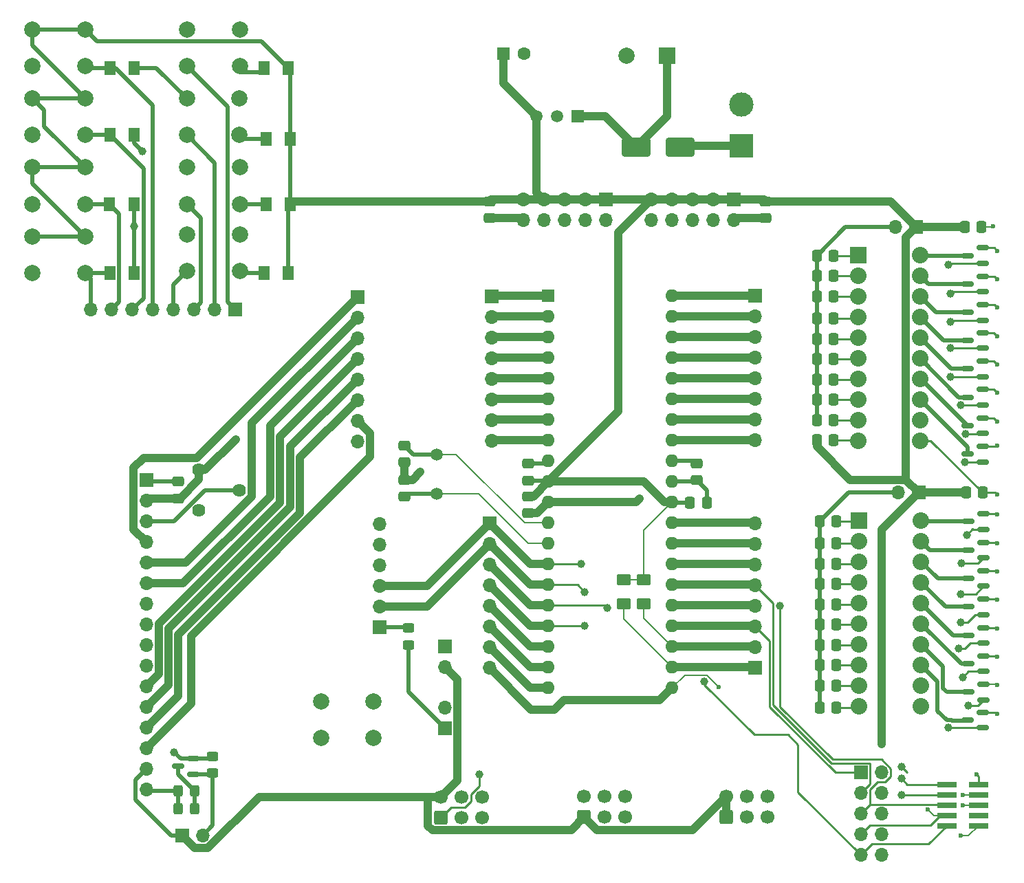
<source format=gbr>
%TF.GenerationSoftware,KiCad,Pcbnew,8.0.5*%
%TF.CreationDate,2024-11-01T12:18:04+01:00*%
%TF.ProjectId,ATmega644,41546d65-6761-4363-9434-2e6b69636164,rev?*%
%TF.SameCoordinates,Original*%
%TF.FileFunction,Copper,L1,Top*%
%TF.FilePolarity,Positive*%
%FSLAX46Y46*%
G04 Gerber Fmt 4.6, Leading zero omitted, Abs format (unit mm)*
G04 Created by KiCad (PCBNEW 8.0.5) date 2024-11-01 12:18:04*
%MOMM*%
%LPD*%
G01*
G04 APERTURE LIST*
G04 Aperture macros list*
%AMRoundRect*
0 Rectangle with rounded corners*
0 $1 Rounding radius*
0 $2 $3 $4 $5 $6 $7 $8 $9 X,Y pos of 4 corners*
0 Add a 4 corners polygon primitive as box body*
4,1,4,$2,$3,$4,$5,$6,$7,$8,$9,$2,$3,0*
0 Add four circle primitives for the rounded corners*
1,1,$1+$1,$2,$3*
1,1,$1+$1,$4,$5*
1,1,$1+$1,$6,$7*
1,1,$1+$1,$8,$9*
0 Add four rect primitives between the rounded corners*
20,1,$1+$1,$2,$3,$4,$5,0*
20,1,$1+$1,$4,$5,$6,$7,0*
20,1,$1+$1,$6,$7,$8,$9,0*
20,1,$1+$1,$8,$9,$2,$3,0*%
G04 Aperture macros list end*
%TA.AperFunction,ComponentPad*%
%ADD10C,2.000000*%
%TD*%
%TA.AperFunction,ComponentPad*%
%ADD11R,1.700000X1.700000*%
%TD*%
%TA.AperFunction,ComponentPad*%
%ADD12O,1.700000X1.700000*%
%TD*%
%TA.AperFunction,SMDPad,CuDef*%
%ADD13RoundRect,0.150000X0.587500X0.150000X-0.587500X0.150000X-0.587500X-0.150000X0.587500X-0.150000X0*%
%TD*%
%TA.AperFunction,SMDPad,CuDef*%
%ADD14RoundRect,0.250001X-0.624999X0.462499X-0.624999X-0.462499X0.624999X-0.462499X0.624999X0.462499X0*%
%TD*%
%TA.AperFunction,SMDPad,CuDef*%
%ADD15RoundRect,0.250001X0.462499X0.624999X-0.462499X0.624999X-0.462499X-0.624999X0.462499X-0.624999X0*%
%TD*%
%TA.AperFunction,SMDPad,CuDef*%
%ADD16RoundRect,0.250000X-0.337500X-0.475000X0.337500X-0.475000X0.337500X0.475000X-0.337500X0.475000X0*%
%TD*%
%TA.AperFunction,SMDPad,CuDef*%
%ADD17RoundRect,0.250001X-0.462499X-0.624999X0.462499X-0.624999X0.462499X0.624999X-0.462499X0.624999X0*%
%TD*%
%TA.AperFunction,SMDPad,CuDef*%
%ADD18RoundRect,0.250000X0.475000X-0.337500X0.475000X0.337500X-0.475000X0.337500X-0.475000X-0.337500X0*%
%TD*%
%TA.AperFunction,SMDPad,CuDef*%
%ADD19RoundRect,0.250000X0.450000X-0.325000X0.450000X0.325000X-0.450000X0.325000X-0.450000X-0.325000X0*%
%TD*%
%TA.AperFunction,ComponentPad*%
%ADD20R,2.032000X2.032000*%
%TD*%
%TA.AperFunction,ComponentPad*%
%ADD21C,2.032000*%
%TD*%
%TA.AperFunction,ComponentPad*%
%ADD22R,3.000000X3.000000*%
%TD*%
%TA.AperFunction,ComponentPad*%
%ADD23C,3.000000*%
%TD*%
%TA.AperFunction,SMDPad,CuDef*%
%ADD24R,2.400000X0.740000*%
%TD*%
%TA.AperFunction,SMDPad,CuDef*%
%ADD25RoundRect,0.250000X-0.475000X0.337500X-0.475000X-0.337500X0.475000X-0.337500X0.475000X0.337500X0*%
%TD*%
%TA.AperFunction,SMDPad,CuDef*%
%ADD26RoundRect,0.250000X-0.325000X-0.450000X0.325000X-0.450000X0.325000X0.450000X-0.325000X0.450000X0*%
%TD*%
%TA.AperFunction,ComponentPad*%
%ADD27R,2.000000X2.000000*%
%TD*%
%TA.AperFunction,ComponentPad*%
%ADD28C,1.620000*%
%TD*%
%TA.AperFunction,ComponentPad*%
%ADD29R,1.600000X1.600000*%
%TD*%
%TA.AperFunction,ComponentPad*%
%ADD30C,1.600000*%
%TD*%
%TA.AperFunction,ComponentPad*%
%ADD31O,1.600000X1.600000*%
%TD*%
%TA.AperFunction,ComponentPad*%
%ADD32RoundRect,0.250000X0.600000X-0.600000X0.600000X0.600000X-0.600000X0.600000X-0.600000X-0.600000X0*%
%TD*%
%TA.AperFunction,ComponentPad*%
%ADD33C,1.700000*%
%TD*%
%TA.AperFunction,ComponentPad*%
%ADD34C,1.500000*%
%TD*%
%TA.AperFunction,ComponentPad*%
%ADD35R,1.500000X1.500000*%
%TD*%
%TA.AperFunction,SMDPad,CuDef*%
%ADD36RoundRect,0.250000X-1.500000X-0.900000X1.500000X-0.900000X1.500000X0.900000X-1.500000X0.900000X0*%
%TD*%
%TA.AperFunction,ViaPad*%
%ADD37C,0.600000*%
%TD*%
%TA.AperFunction,ViaPad*%
%ADD38C,1.000000*%
%TD*%
%TA.AperFunction,Conductor*%
%ADD39C,0.200000*%
%TD*%
%TA.AperFunction,Conductor*%
%ADD40C,0.250000*%
%TD*%
%TA.AperFunction,Conductor*%
%ADD41C,0.500000*%
%TD*%
%TA.AperFunction,Conductor*%
%ADD42C,1.000000*%
%TD*%
G04 APERTURE END LIST*
D10*
%TO.P,SW2,1,1*%
%TO.N,GND*%
X86775000Y-29750000D03*
X93275000Y-29750000D03*
%TO.P,SW2,2,2*%
%TO.N,/Buttons/Button1*%
X86775000Y-34250000D03*
X93275000Y-34250000D03*
%TD*%
D11*
%TO.P,J12,1,Pin_1*%
%TO.N,Net-(J12-Pin_1)*%
X118500000Y-115775000D03*
D12*
%TO.P,J12,2,Pin_2*%
%TO.N,Reset*%
X118500000Y-113235000D03*
%TD*%
D13*
%TO.P,Q7,1,G*%
%TO.N,PortA6*%
X184750000Y-79500000D03*
%TO.P,Q7,2,S*%
%TO.N,GND*%
X184750000Y-77600000D03*
%TO.P,Q7,3,D*%
%TO.N,/PORTS/PortA6_LED*%
X182875000Y-78550000D03*
%TD*%
D14*
%TO.P,R24,1*%
%TO.N,VCC*%
X140500000Y-97512500D03*
%TO.P,R24,2*%
%TO.N,PortC0*%
X140500000Y-100487500D03*
%TD*%
D13*
%TO.P,Q8,1,G*%
%TO.N,PortA7*%
X184750000Y-83000000D03*
%TO.P,Q8,2,S*%
%TO.N,GND*%
X184750000Y-81100000D03*
%TO.P,Q8,3,D*%
%TO.N,/PORTS/PortA7_LED*%
X182875000Y-82050000D03*
%TD*%
D15*
%TO.P,R29,1*%
%TO.N,VCC*%
X99500000Y-51250000D03*
%TO.P,R29,2*%
%TO.N,/Buttons/Button3*%
X96525000Y-51250000D03*
%TD*%
D16*
%TO.P,R11,1*%
%TO.N,/PORTS/PortA_Leds_VCC*%
X164300000Y-77850000D03*
%TO.P,R11,2*%
%TO.N,Net-(BAR1-A-Pad9)*%
X166375000Y-77850000D03*
%TD*%
%TO.P,R20,1*%
%TO.N,Net-(J2-Pin_2)*%
X164662500Y-108050000D03*
%TO.P,R20,2*%
%TO.N,Net-(BAR2-A-Pad8)*%
X166737500Y-108050000D03*
%TD*%
D13*
%TO.P,Q2,1,G*%
%TO.N,PortA1*%
X184750000Y-62050000D03*
%TO.P,Q2,2,S*%
%TO.N,GND*%
X184750000Y-60150000D03*
%TO.P,Q2,3,D*%
%TO.N,/PORTS/PortA1_LED*%
X182875000Y-61100000D03*
%TD*%
D17*
%TO.P,R32,1*%
%TO.N,/Buttons/Button6*%
X77275000Y-42750000D03*
%TO.P,R32,2*%
%TO.N,GND*%
X80250000Y-42750000D03*
%TD*%
D11*
%TO.P,J17,1,Pin_1*%
%TO.N,VCC*%
X154080000Y-50710000D03*
D12*
%TO.P,J17,2,Pin_2*%
%TO.N,GND*%
X154080000Y-53250000D03*
%TO.P,J17,3,Pin_3*%
%TO.N,VCC*%
X151540000Y-50710000D03*
%TO.P,J17,4,Pin_4*%
%TO.N,GND*%
X151540000Y-53250000D03*
%TO.P,J17,5,Pin_5*%
%TO.N,VCC*%
X149000000Y-50710000D03*
%TO.P,J17,6,Pin_6*%
%TO.N,GND*%
X149000000Y-53250000D03*
%TO.P,J17,7,Pin_7*%
%TO.N,VCC*%
X146460000Y-50710000D03*
%TO.P,J17,8,Pin_8*%
%TO.N,GND*%
X146460000Y-53250000D03*
%TO.P,J17,9,Pin_9*%
%TO.N,VCC*%
X143920000Y-50710000D03*
%TO.P,J17,10,Pin_10*%
%TO.N,GND*%
X143920000Y-53250000D03*
%TD*%
D18*
%TO.P,R1,1*%
%TO.N,VCC*%
X128750000Y-85287500D03*
%TO.P,R1,2*%
%TO.N,Reset*%
X128750000Y-83212500D03*
%TD*%
D11*
%TO.P,J20,1,Pin_1*%
%TO.N,/Buttons/Button1*%
X92740000Y-64250000D03*
D12*
%TO.P,J20,2,Pin_2*%
%TO.N,/Buttons/Button2*%
X90200000Y-64250000D03*
%TO.P,J20,3,Pin_3*%
%TO.N,/Buttons/Button3*%
X87660000Y-64250000D03*
%TO.P,J20,4,Pin_4*%
%TO.N,/Buttons/Button4*%
X85120000Y-64250000D03*
%TO.P,J20,5,Pin_5*%
%TO.N,/Buttons/Button5*%
X82580000Y-64250000D03*
%TO.P,J20,6,Pin_6*%
%TO.N,/Buttons/Button6*%
X80040000Y-64250000D03*
%TO.P,J20,7,Pin_7*%
%TO.N,/Buttons/Button7*%
X77500000Y-64250000D03*
%TO.P,J20,8,Pin_8*%
%TO.N,/Buttons/Button8*%
X74960000Y-64250000D03*
%TD*%
D10*
%TO.P,SW5,1,1*%
%TO.N,GND*%
X86775000Y-55000000D03*
X93275000Y-55000000D03*
%TO.P,SW5,2,2*%
%TO.N,/Buttons/Button4*%
X86775000Y-59500000D03*
X93275000Y-59500000D03*
%TD*%
D16*
%TO.P,R21,1*%
%TO.N,Net-(J2-Pin_2)*%
X164662500Y-110550000D03*
%TO.P,R21,2*%
%TO.N,Net-(BAR2-A-Pad9)*%
X166737500Y-110550000D03*
%TD*%
D19*
%TO.P,R26,1*%
%TO.N,Net-(J14-Pin_2)*%
X89950000Y-121290000D03*
%TO.P,R26,2*%
%TO.N,GND*%
X89950000Y-119240000D03*
%TD*%
D16*
%TO.P,R15,1*%
%TO.N,Net-(J2-Pin_2)*%
X164662500Y-95550000D03*
%TO.P,R15,2*%
%TO.N,Net-(BAR2-A-Pad3)*%
X166737500Y-95550000D03*
%TD*%
D17*
%TO.P,R33,1*%
%TO.N,/Buttons/Button7*%
X77250000Y-51250000D03*
%TO.P,R33,2*%
%TO.N,GND*%
X80225000Y-51250000D03*
%TD*%
D10*
%TO.P,SW1,1,1*%
%TO.N,GND*%
X103250000Y-112500000D03*
X109750000Y-112500000D03*
%TO.P,SW1,2,2*%
%TO.N,Reset*%
X103250000Y-117000000D03*
X109750000Y-117000000D03*
%TD*%
D17*
%TO.P,R34,1*%
%TO.N,/Buttons/Button8*%
X77275000Y-59750000D03*
%TO.P,R34,2*%
%TO.N,GND*%
X80250000Y-59750000D03*
%TD*%
D20*
%TO.P,BAR1,1,A*%
%TO.N,Net-(BAR1-A-Pad1)*%
X169375000Y-57530000D03*
D21*
%TO.P,BAR1,2,A*%
%TO.N,Net-(BAR1-A-Pad2)*%
X169375000Y-60070000D03*
%TO.P,BAR1,3,A*%
%TO.N,Net-(BAR1-A-Pad3)*%
X169375000Y-62610000D03*
%TO.P,BAR1,4,A*%
%TO.N,Net-(BAR1-A-Pad4)*%
X169375000Y-65150000D03*
%TO.P,BAR1,5,A*%
%TO.N,Net-(BAR1-A-Pad5)*%
X169375000Y-67690000D03*
%TO.P,BAR1,6,A*%
%TO.N,Net-(BAR1-A-Pad6)*%
X169375000Y-70230000D03*
%TO.P,BAR1,7,A*%
%TO.N,Net-(BAR1-A-Pad7)*%
X169375000Y-72770000D03*
%TO.P,BAR1,8,A*%
%TO.N,Net-(BAR1-A-Pad8)*%
X169375000Y-75310000D03*
%TO.P,BAR1,9,A*%
%TO.N,Net-(BAR1-A-Pad9)*%
X169375000Y-77850000D03*
%TO.P,BAR1,10,A*%
%TO.N,Net-(BAR1-A-Pad10)*%
X169375000Y-80390000D03*
%TO.P,BAR1,11,K*%
%TO.N,GND*%
X176995000Y-80390000D03*
%TO.P,BAR1,12,K*%
%TO.N,unconnected-(BAR1-K-Pad12)*%
X176995000Y-77850000D03*
%TO.P,BAR1,13,K*%
%TO.N,/PORTS/PortA7_LED*%
X176995000Y-75310000D03*
%TO.P,BAR1,14,K*%
%TO.N,/PORTS/PortA6_LED*%
X176995000Y-72770000D03*
%TO.P,BAR1,15,K*%
%TO.N,/PORTS/PortA5_LED*%
X176995000Y-70230000D03*
%TO.P,BAR1,16,K*%
%TO.N,/PORTS/PortA4_LED*%
X176995000Y-67690000D03*
%TO.P,BAR1,17,K*%
%TO.N,/PORTS/PortA3_LED*%
X176995000Y-65150000D03*
%TO.P,BAR1,18,K*%
%TO.N,/PORTS/PortA2_LED*%
X176995000Y-62610000D03*
%TO.P,BAR1,19,K*%
%TO.N,/PORTS/PortA1_LED*%
X176995000Y-60070000D03*
%TO.P,BAR1,20,K*%
%TO.N,/PORTS/PortA0_LED*%
X176995000Y-57530000D03*
%TD*%
D22*
%TO.P,J21,1,Pin_1*%
%TO.N,+24V*%
X155000000Y-44080000D03*
D23*
%TO.P,J21,2,Pin_2*%
%TO.N,GND*%
X155000000Y-39000000D03*
%TD*%
D13*
%TO.P,Q1,1,G*%
%TO.N,PortA0*%
X184750000Y-58550000D03*
%TO.P,Q1,2,S*%
%TO.N,GND*%
X184750000Y-56650000D03*
%TO.P,Q1,3,D*%
%TO.N,/PORTS/PortA0_LED*%
X182875000Y-57600000D03*
%TD*%
%TO.P,Q4,1,G*%
%TO.N,PortA3*%
X184750000Y-69000000D03*
%TO.P,Q4,2,S*%
%TO.N,GND*%
X184750000Y-67100000D03*
%TO.P,Q4,3,D*%
%TO.N,/PORTS/PortA3_LED*%
X182875000Y-68050000D03*
%TD*%
D24*
%TO.P,J9,1,TCK*%
%TO.N,PortC2*%
X180300000Y-122710000D03*
%TO.P,J9,2,GND*%
%TO.N,GND*%
X184200000Y-122710000D03*
%TO.P,J9,3,TDO*%
%TO.N,PortC4*%
X180300000Y-123980000D03*
%TO.P,J9,4,VREF*%
%TO.N,VCC*%
X184200000Y-123980000D03*
%TO.P,J9,5,TMS*%
%TO.N,PortC3*%
X180300000Y-125250000D03*
%TO.P,J9,6,~{SRST}*%
%TO.N,RESET*%
X184200000Y-125250000D03*
%TO.P,J9,7,VCC*%
%TO.N,VCC*%
X180300000Y-126520000D03*
%TO.P,J9,8,~{TRST}*%
%TO.N,unconnected-(J9-~{TRST}-Pad8)*%
X184200000Y-126520000D03*
%TO.P,J9,9,TDI*%
%TO.N,PortC5*%
X180300000Y-127790000D03*
%TO.P,J9,10,GND*%
%TO.N,GND*%
X184200000Y-127790000D03*
%TD*%
D13*
%TO.P,Q11,1,G*%
%TO.N,PortC1*%
X184812500Y-94800000D03*
%TO.P,Q11,2,S*%
%TO.N,GND*%
X184812500Y-92900000D03*
%TO.P,Q11,3,D*%
%TO.N,/PORTS/PortC1_LED*%
X182937500Y-93850000D03*
%TD*%
D16*
%TO.P,C11,1*%
%TO.N,VCC*%
X182512500Y-54100000D03*
%TO.P,C11,2*%
%TO.N,GND*%
X184587500Y-54100000D03*
%TD*%
D25*
%TO.P,C8,2*%
%TO.N,GND*%
X113500000Y-83037500D03*
%TO.P,C8,1*%
%TO.N,Net-(U2-XTAL2)*%
X113500000Y-80962500D03*
%TD*%
D11*
%TO.P,J5,1,Pin_1*%
%TO.N,PortC0*%
X156750000Y-108370000D03*
D12*
%TO.P,J5,2,Pin_2*%
%TO.N,PortC1*%
X156750000Y-105830000D03*
%TO.P,J5,3,Pin_3*%
%TO.N,PortC2*%
X156750000Y-103290000D03*
%TO.P,J5,4,Pin_4*%
%TO.N,PortC3*%
X156750000Y-100750000D03*
%TO.P,J5,5,Pin_5*%
%TO.N,PortC4*%
X156750000Y-98210000D03*
%TO.P,J5,6,Pin_6*%
%TO.N,PortC5*%
X156750000Y-95670000D03*
%TO.P,J5,7,Pin_7*%
%TO.N,PortC6*%
X156750000Y-93130000D03*
%TO.P,J5,8,Pin_8*%
%TO.N,PortC7*%
X156750000Y-90590000D03*
%TD*%
D20*
%TO.P,BAR2,1,A*%
%TO.N,Net-(BAR2-A-Pad1)*%
X169535000Y-90227500D03*
D21*
%TO.P,BAR2,2,A*%
%TO.N,Net-(BAR2-A-Pad2)*%
X169535000Y-92767500D03*
%TO.P,BAR2,3,A*%
%TO.N,Net-(BAR2-A-Pad3)*%
X169535000Y-95307500D03*
%TO.P,BAR2,4,A*%
%TO.N,Net-(BAR2-A-Pad4)*%
X169535000Y-97847500D03*
%TO.P,BAR2,5,A*%
%TO.N,Net-(BAR2-A-Pad5)*%
X169535000Y-100387500D03*
%TO.P,BAR2,6,A*%
%TO.N,Net-(BAR2-A-Pad6)*%
X169535000Y-102927500D03*
%TO.P,BAR2,7,A*%
%TO.N,Net-(BAR2-A-Pad7)*%
X169535000Y-105467500D03*
%TO.P,BAR2,8,A*%
%TO.N,Net-(BAR2-A-Pad8)*%
X169535000Y-108007500D03*
%TO.P,BAR2,9,A*%
%TO.N,Net-(BAR2-A-Pad9)*%
X169535000Y-110547500D03*
%TO.P,BAR2,10,A*%
%TO.N,Net-(BAR2-A-Pad10)*%
X169535000Y-113087500D03*
%TO.P,BAR2,11,K*%
%TO.N,unconnected-(BAR2-K-Pad11)*%
X177155000Y-113087500D03*
%TO.P,BAR2,12,K*%
%TO.N,unconnected-(BAR2-K-Pad12)*%
X177155000Y-110547500D03*
%TO.P,BAR2,13,K*%
%TO.N,/PORTS/PortC7_LED*%
X177155000Y-108007500D03*
%TO.P,BAR2,14,K*%
%TO.N,/PORTS/PortC6_LED*%
X177155000Y-105467500D03*
%TO.P,BAR2,15,K*%
%TO.N,/PORTS/PortC5_LED*%
X177155000Y-102927500D03*
%TO.P,BAR2,16,K*%
%TO.N,/PORTS/PortC4_LED*%
X177155000Y-100387500D03*
%TO.P,BAR2,17,K*%
%TO.N,/PORTS/PortC3_LED*%
X177155000Y-97847500D03*
%TO.P,BAR2,18,K*%
%TO.N,/PORTS/PortC2_LED*%
X177155000Y-95307500D03*
%TO.P,BAR2,19,K*%
%TO.N,/PORTS/PortC1_LED*%
X177155000Y-92767500D03*
%TO.P,BAR2,20,K*%
%TO.N,/PORTS/PortC0_LED*%
X177155000Y-90227500D03*
%TD*%
D26*
%TO.P,R25,1*%
%TO.N,Net-(J13-Pin_16)*%
X85675000Y-125740000D03*
%TO.P,R25,2*%
%TO.N,Net-(Q17-D)*%
X87725000Y-125740000D03*
%TD*%
D11*
%TO.P,J6,1,TCK*%
%TO.N,PortC2*%
X169710000Y-121250000D03*
D12*
%TO.P,J6,2,GND*%
%TO.N,GND*%
X172250000Y-121250000D03*
%TO.P,J6,3,TDO*%
%TO.N,PortC4*%
X169710000Y-123790000D03*
%TO.P,J6,4,VREF*%
%TO.N,VCC*%
X172250000Y-123790000D03*
%TO.P,J6,5,TMS*%
%TO.N,PortC3*%
X169710000Y-126330000D03*
%TO.P,J6,6,~{SRST}*%
%TO.N,RESET*%
X172250000Y-126330000D03*
%TO.P,J6,7,VCC*%
%TO.N,VCC*%
X169710000Y-128870000D03*
%TO.P,J6,8,~{TRST}*%
%TO.N,unconnected-(J6-~{TRST}-Pad8)*%
X172250000Y-128870000D03*
%TO.P,J6,9,TDI*%
%TO.N,PortC5*%
X169710000Y-131410000D03*
%TO.P,J6,10,GND*%
%TO.N,GND*%
X172250000Y-131410000D03*
%TD*%
D11*
%TO.P,J18,1,Pin_1*%
%TO.N,VCC*%
X138330000Y-50710000D03*
D12*
%TO.P,J18,2,Pin_2*%
%TO.N,GND*%
X138330000Y-53250000D03*
%TO.P,J18,3,Pin_3*%
%TO.N,VCC*%
X135790000Y-50710000D03*
%TO.P,J18,4,Pin_4*%
%TO.N,GND*%
X135790000Y-53250000D03*
%TO.P,J18,5,Pin_5*%
%TO.N,VCC*%
X133250000Y-50710000D03*
%TO.P,J18,6,Pin_6*%
%TO.N,GND*%
X133250000Y-53250000D03*
%TO.P,J18,7,Pin_7*%
%TO.N,VCC*%
X130710000Y-50710000D03*
%TO.P,J18,8,Pin_8*%
%TO.N,GND*%
X130710000Y-53250000D03*
%TO.P,J18,9,Pin_9*%
%TO.N,VCC*%
X128170000Y-50710000D03*
%TO.P,J18,10,Pin_10*%
%TO.N,GND*%
X128170000Y-53250000D03*
%TD*%
D15*
%TO.P,R28,1*%
%TO.N,VCC*%
X99500000Y-43250000D03*
%TO.P,R28,2*%
%TO.N,/Buttons/Button2*%
X96525000Y-43250000D03*
%TD*%
D25*
%TO.P,C4,1*%
%TO.N,VCC*%
X158000000Y-50925000D03*
%TO.P,C4,2*%
%TO.N,GND*%
X158000000Y-53000000D03*
%TD*%
D27*
%TO.P,C1,1*%
%TO.N,Net-(D1-K)*%
X145867677Y-33000000D03*
D10*
%TO.P,C1,2*%
%TO.N,GND*%
X140867677Y-33000000D03*
%TD*%
D17*
%TO.P,R31,1*%
%TO.N,/Buttons/Button5*%
X77262500Y-34500000D03*
%TO.P,R31,2*%
%TO.N,GND*%
X80237500Y-34500000D03*
%TD*%
D25*
%TO.P,C9,1*%
%TO.N,Net-(U2-AREF)*%
X149500000Y-83175000D03*
%TO.P,C9,2*%
%TO.N,GND*%
X149500000Y-85250000D03*
%TD*%
D16*
%TO.P,R17,1*%
%TO.N,Net-(J2-Pin_2)*%
X164662500Y-100550000D03*
%TO.P,R17,2*%
%TO.N,Net-(BAR2-A-Pad5)*%
X166737500Y-100550000D03*
%TD*%
D10*
%TO.P,SW6,1,1*%
%TO.N,VCC*%
X67750000Y-29750000D03*
X74250000Y-29750000D03*
%TO.P,SW6,2,2*%
%TO.N,/Buttons/Button5*%
X67750000Y-34250000D03*
X74250000Y-34250000D03*
%TD*%
D13*
%TO.P,Q14,1,G*%
%TO.N,PortC6*%
X184812500Y-112300000D03*
%TO.P,Q14,2,S*%
%TO.N,GND*%
X184812500Y-110400000D03*
%TO.P,Q14,3,D*%
%TO.N,/PORTS/PortC6_LED*%
X182937500Y-111350000D03*
%TD*%
D28*
%TO.P,RV1,1,1*%
%TO.N,GND*%
X88250000Y-89000000D03*
%TO.P,RV1,2,2*%
%TO.N,Net-(J13-Pin_3)*%
X93250000Y-86500000D03*
%TO.P,RV1,3,3*%
%TO.N,VCC*%
X88250000Y-84000000D03*
%TD*%
D11*
%TO.P,J10,1,Pin_1*%
%TO.N,Net-(J10-Pin_1)*%
X110500000Y-103350000D03*
D12*
%TO.P,J10,2,Pin_2*%
%TO.N,PortD1*%
X110500000Y-100810000D03*
%TO.P,J10,3,Pin_3*%
%TO.N,PortD0*%
X110500000Y-98270000D03*
%TO.P,J10,4,Pin_4*%
%TO.N,Net-(J10-Pin_4)*%
X110500000Y-95730000D03*
%TO.P,J10,5,Pin_5*%
%TO.N,unconnected-(J10-Pin_5-Pad5)*%
X110500000Y-93190000D03*
%TO.P,J10,6,Pin_6*%
%TO.N,GND*%
X110500000Y-90650000D03*
%TD*%
D16*
%TO.P,C10,1*%
%TO.N,VCC*%
X182662500Y-86800000D03*
%TO.P,C10,2*%
%TO.N,GND*%
X184737500Y-86800000D03*
%TD*%
D11*
%TO.P,J13,1,Pin_1*%
%TO.N,GND*%
X81750000Y-85250000D03*
D12*
%TO.P,J13,2,Pin_2*%
%TO.N,VCC*%
X81750000Y-87790000D03*
%TO.P,J13,3,Pin_3*%
%TO.N,Net-(J13-Pin_3)*%
X81750000Y-90330000D03*
%TO.P,J13,4,Pin_4*%
%TO.N,/LCD/RS*%
X81750000Y-92870000D03*
%TO.P,J13,5,Pin_5*%
%TO.N,/LCD/RW*%
X81750000Y-95410000D03*
%TO.P,J13,6,Pin_6*%
%TO.N,/LCD/En*%
X81750000Y-97950000D03*
%TO.P,J13,7,Pin_7*%
%TO.N,GND*%
X81750000Y-100490000D03*
%TO.P,J13,8,Pin_8*%
X81750000Y-103030000D03*
%TO.P,J13,9,Pin_9*%
X81750000Y-105570000D03*
%TO.P,J13,10,Pin_10*%
X81750000Y-108110000D03*
%TO.P,J13,11,Pin_11*%
%TO.N,/LCD/D4*%
X81750000Y-110650000D03*
%TO.P,J13,12,Pin_12*%
%TO.N,/LCD/D5*%
X81750000Y-113190000D03*
%TO.P,J13,13,Pin_13*%
%TO.N,/LCD/D6*%
X81750000Y-115730000D03*
%TO.P,J13,14,Pin_14*%
%TO.N,/LCD/D7*%
X81750000Y-118270000D03*
%TO.P,J13,15,Pin_15*%
%TO.N,VCC*%
X81750000Y-120810000D03*
%TO.P,J13,16,Pin_16*%
%TO.N,Net-(J13-Pin_16)*%
X81750000Y-123350000D03*
%TD*%
D16*
%TO.P,R14,1*%
%TO.N,Net-(J2-Pin_2)*%
X164662500Y-93050000D03*
%TO.P,R14,2*%
%TO.N,Net-(BAR2-A-Pad2)*%
X166737500Y-93050000D03*
%TD*%
D25*
%TO.P,C3,1*%
%TO.N,VCC*%
X128750000Y-87250000D03*
%TO.P,C3,2*%
%TO.N,GND*%
X128750000Y-89325000D03*
%TD*%
D13*
%TO.P,Q16,1,G*%
%TO.N,PortC7*%
X184750000Y-115750000D03*
%TO.P,Q16,2,S*%
%TO.N,GND*%
X184750000Y-113850000D03*
%TO.P,Q16,3,D*%
%TO.N,/PORTS/PortC7_LED*%
X182875000Y-114800000D03*
%TD*%
%TO.P,Q6,1,G*%
%TO.N,PortA5*%
X184750000Y-76000000D03*
%TO.P,Q6,2,S*%
%TO.N,GND*%
X184750000Y-74100000D03*
%TO.P,Q6,3,D*%
%TO.N,/PORTS/PortA5_LED*%
X182875000Y-75050000D03*
%TD*%
D16*
%TO.P,R10,1*%
%TO.N,/PORTS/PortA_Leds_VCC*%
X164300000Y-75350000D03*
%TO.P,R10,2*%
%TO.N,Net-(BAR1-A-Pad8)*%
X166375000Y-75350000D03*
%TD*%
D13*
%TO.P,Q13,1,G*%
%TO.N,PortC2*%
X184812500Y-98300000D03*
%TO.P,Q13,2,S*%
%TO.N,GND*%
X184812500Y-96400000D03*
%TO.P,Q13,3,D*%
%TO.N,/PORTS/PortC2_LED*%
X182937500Y-97350000D03*
%TD*%
D16*
%TO.P,R8,1*%
%TO.N,/PORTS/PortA_Leds_VCC*%
X164300000Y-70350000D03*
%TO.P,R8,2*%
%TO.N,Net-(BAR1-A-Pad6)*%
X166375000Y-70350000D03*
%TD*%
D19*
%TO.P,C13,1*%
%TO.N,Net-(J12-Pin_1)*%
X114000000Y-105525000D03*
%TO.P,C13,2*%
%TO.N,Net-(J10-Pin_1)*%
X114000000Y-103475000D03*
%TD*%
D10*
%TO.P,SW3,1,1*%
%TO.N,GND*%
X86750000Y-38250000D03*
X93250000Y-38250000D03*
%TO.P,SW3,2,2*%
%TO.N,/Buttons/Button2*%
X86750000Y-42750000D03*
X93250000Y-42750000D03*
%TD*%
%TO.P,SW7,1,1*%
%TO.N,VCC*%
X67750000Y-38250000D03*
X74250000Y-38250000D03*
%TO.P,SW7,2,2*%
%TO.N,/Buttons/Button6*%
X67750000Y-42750000D03*
X74250000Y-42750000D03*
%TD*%
D15*
%TO.P,R30,1*%
%TO.N,VCC*%
X99250000Y-59750000D03*
%TO.P,R30,2*%
%TO.N,/Buttons/Button4*%
X96275000Y-59750000D03*
%TD*%
D13*
%TO.P,Q12,1,G*%
%TO.N,PortC5*%
X184812500Y-108800000D03*
%TO.P,Q12,2,S*%
%TO.N,GND*%
X184812500Y-106900000D03*
%TO.P,Q12,3,D*%
%TO.N,/PORTS/PortC5_LED*%
X182937500Y-107850000D03*
%TD*%
D11*
%TO.P,J4,1,Pin_1*%
%TO.N,PortA0*%
X156750000Y-62510000D03*
D12*
%TO.P,J4,2,Pin_2*%
%TO.N,PortA1*%
X156750000Y-65050000D03*
%TO.P,J4,3,Pin_3*%
%TO.N,PortA2*%
X156750000Y-67590000D03*
%TO.P,J4,4,Pin_4*%
%TO.N,PortA3*%
X156750000Y-70130000D03*
%TO.P,J4,5,Pin_5*%
%TO.N,PortA4*%
X156750000Y-72670000D03*
%TO.P,J4,6,Pin_6*%
%TO.N,PortA5*%
X156750000Y-75210000D03*
%TO.P,J4,7,Pin_7*%
%TO.N,PortA6*%
X156750000Y-77750000D03*
%TO.P,J4,8,Pin_8*%
%TO.N,PortA7*%
X156750000Y-80290000D03*
%TD*%
D29*
%TO.P,C2,1*%
%TO.N,VCC*%
X125750000Y-32750000D03*
D30*
%TO.P,C2,2*%
%TO.N,GND*%
X128250000Y-32750000D03*
%TD*%
D11*
%TO.P,J19,1,Pin_1*%
%TO.N,/LCD/RS*%
X107750000Y-62710000D03*
D12*
%TO.P,J19,2,Pin_2*%
%TO.N,/LCD/RW*%
X107750000Y-65250000D03*
%TO.P,J19,3,Pin_3*%
%TO.N,/LCD/En*%
X107750000Y-67790000D03*
%TO.P,J19,4,Pin_4*%
%TO.N,/LCD/D4*%
X107750000Y-70330000D03*
%TO.P,J19,5,Pin_5*%
%TO.N,/LCD/D5*%
X107750000Y-72870000D03*
%TO.P,J19,6,Pin_6*%
%TO.N,/LCD/D6*%
X107750000Y-75410000D03*
%TO.P,J19,7,Pin_7*%
%TO.N,/LCD/D7*%
X107750000Y-77950000D03*
%TO.P,J19,8,Pin_8*%
%TO.N,unconnected-(J19-Pin_8-Pad8)*%
X107750000Y-80490000D03*
%TD*%
D13*
%TO.P,Q9,1,G*%
%TO.N,PortC0*%
X184812500Y-91300000D03*
%TO.P,Q9,2,S*%
%TO.N,GND*%
X184812500Y-89400000D03*
%TO.P,Q9,3,D*%
%TO.N,/PORTS/PortC0_LED*%
X182937500Y-90350000D03*
%TD*%
%TO.P,Q5,1,G*%
%TO.N,PortA4*%
X184750000Y-72500000D03*
%TO.P,Q5,2,S*%
%TO.N,GND*%
X184750000Y-70600000D03*
%TO.P,Q5,3,D*%
%TO.N,/PORTS/PortA4_LED*%
X182875000Y-71550000D03*
%TD*%
D16*
%TO.P,R18,1*%
%TO.N,Net-(J2-Pin_2)*%
X164662500Y-103050000D03*
%TO.P,R18,2*%
%TO.N,Net-(BAR2-A-Pad6)*%
X166737500Y-103050000D03*
%TD*%
%TO.P,R4,1*%
%TO.N,/PORTS/PortA_Leds_VCC*%
X164300000Y-60100000D03*
%TO.P,R4,2*%
%TO.N,Net-(BAR1-A-Pad2)*%
X166375000Y-60100000D03*
%TD*%
%TO.P,R7,1*%
%TO.N,/PORTS/PortA_Leds_VCC*%
X164300000Y-67850000D03*
%TO.P,R7,2*%
%TO.N,Net-(BAR1-A-Pad5)*%
X166375000Y-67850000D03*
%TD*%
D13*
%TO.P,Q10,1,G*%
%TO.N,PortC4*%
X184812500Y-105300000D03*
%TO.P,Q10,2,S*%
%TO.N,GND*%
X184812500Y-103400000D03*
%TO.P,Q10,3,D*%
%TO.N,/PORTS/PortC4_LED*%
X182937500Y-104350000D03*
%TD*%
D11*
%TO.P,J2,1,Pin_1*%
%TO.N,VCC*%
X176837500Y-86750000D03*
D12*
%TO.P,J2,2,Pin_2*%
%TO.N,Net-(J2-Pin_2)*%
X174297500Y-86750000D03*
%TD*%
D29*
%TO.P,U2,1,PB0*%
%TO.N,PortB0*%
X131232500Y-62570000D03*
D31*
%TO.P,U2,2,PB1*%
%TO.N,PortB1*%
X131232500Y-65110000D03*
%TO.P,U2,3,PB2*%
%TO.N,PortB2*%
X131232500Y-67650000D03*
%TO.P,U2,4,PB3*%
%TO.N,PortB3*%
X131232500Y-70190000D03*
%TO.P,U2,5,PB4*%
%TO.N,PortB4*%
X131232500Y-72730000D03*
%TO.P,U2,6,PB5*%
%TO.N,PortB5*%
X131232500Y-75270000D03*
%TO.P,U2,7,PB6*%
%TO.N,PortB6*%
X131232500Y-77810000D03*
%TO.P,U2,8,PB7*%
%TO.N,PortB7*%
X131232500Y-80350000D03*
%TO.P,U2,9,~{RESET}*%
%TO.N,Reset*%
X131232500Y-82890000D03*
%TO.P,U2,10,VCC*%
%TO.N,VCC*%
X131232500Y-85430000D03*
%TO.P,U2,11,GND*%
%TO.N,GND*%
X131232500Y-87970000D03*
%TO.P,U2,12,XTAL2*%
%TO.N,Net-(U2-XTAL2)*%
X131232500Y-90510000D03*
%TO.P,U2,13,XTAL1*%
%TO.N,Net-(U2-XTAL1)*%
X131232500Y-93050000D03*
%TO.P,U2,14,PD0*%
%TO.N,PortD0*%
X131232500Y-95590000D03*
%TO.P,U2,15,PD1*%
%TO.N,PortD1*%
X131232500Y-98130000D03*
%TO.P,U2,16,PD2*%
%TO.N,PortD2*%
X131232500Y-100670000D03*
%TO.P,U2,17,PD3*%
%TO.N,PortD3*%
X131232500Y-103210000D03*
%TO.P,U2,18,PD4*%
%TO.N,PortD4*%
X131232500Y-105750000D03*
%TO.P,U2,19,PD5*%
%TO.N,PortD5*%
X131232500Y-108290000D03*
%TO.P,U2,20,PD6*%
%TO.N,PortD6*%
X131232500Y-110830000D03*
%TO.P,U2,21,PD7*%
%TO.N,PortD7*%
X146472500Y-110830000D03*
%TO.P,U2,22,PC0*%
%TO.N,PortC0*%
X146472500Y-108290000D03*
%TO.P,U2,23,PC1*%
%TO.N,PortC1*%
X146472500Y-105750000D03*
%TO.P,U2,24,PC2*%
%TO.N,PortC2*%
X146472500Y-103210000D03*
%TO.P,U2,25,PC3*%
%TO.N,PortC3*%
X146472500Y-100670000D03*
%TO.P,U2,26,PC4*%
%TO.N,PortC4*%
X146472500Y-98130000D03*
%TO.P,U2,27,PC5*%
%TO.N,PortC5*%
X146472500Y-95590000D03*
%TO.P,U2,28,PC6*%
%TO.N,PortC6*%
X146472500Y-93050000D03*
%TO.P,U2,29,PC7*%
%TO.N,PortC7*%
X146472500Y-90510000D03*
%TO.P,U2,30,AVCC*%
%TO.N,VCC*%
X146472500Y-87970000D03*
%TO.P,U2,31,GND*%
%TO.N,GND*%
X146472500Y-85430000D03*
%TO.P,U2,32,AREF*%
%TO.N,Net-(U2-AREF)*%
X146472500Y-82890000D03*
%TO.P,U2,33,PA7*%
%TO.N,PortA7*%
X146472500Y-80350000D03*
%TO.P,U2,34,PA6*%
%TO.N,PortA6*%
X146472500Y-77810000D03*
%TO.P,U2,35,PA5*%
%TO.N,PortA5*%
X146472500Y-75270000D03*
%TO.P,U2,36,PA4*%
%TO.N,PortA4*%
X146472500Y-72730000D03*
%TO.P,U2,37,PA3*%
%TO.N,PortA3*%
X146472500Y-70190000D03*
%TO.P,U2,38,PA2*%
%TO.N,PortA2*%
X146472500Y-67650000D03*
%TO.P,U2,39,PA1*%
%TO.N,PortA1*%
X146472500Y-65110000D03*
%TO.P,U2,40,PA0*%
%TO.N,PortA0*%
X146472500Y-62570000D03*
%TD*%
D32*
%TO.P,J3,1,MISO*%
%TO.N,PortB6*%
X118000000Y-126790000D03*
D33*
%TO.P,J3,2,VCC*%
%TO.N,VCC*%
X118000000Y-124250000D03*
%TO.P,J3,3,SCK*%
%TO.N,PortB7*%
X120540000Y-126790000D03*
%TO.P,J3,4,MOSI*%
%TO.N,PortB5*%
X120540000Y-124250000D03*
%TO.P,J3,5,~{RST}*%
%TO.N,Reset*%
X123080000Y-126790000D03*
%TO.P,J3,6,GND*%
%TO.N,GND*%
X123080000Y-124250000D03*
%TD*%
D26*
%TO.P,R2,1*%
%TO.N,Net-(J13-Pin_16)*%
X85650000Y-123490000D03*
%TO.P,R2,2*%
%TO.N,Net-(Q17-D)*%
X87700000Y-123490000D03*
%TD*%
D16*
%TO.P,R16,1*%
%TO.N,Net-(J2-Pin_2)*%
X164662500Y-98050000D03*
%TO.P,R16,2*%
%TO.N,Net-(BAR2-A-Pad4)*%
X166737500Y-98050000D03*
%TD*%
D10*
%TO.P,SW8,1,1*%
%TO.N,VCC*%
X67750000Y-46750000D03*
X74250000Y-46750000D03*
%TO.P,SW8,2,2*%
%TO.N,/Buttons/Button7*%
X67750000Y-51250000D03*
X74250000Y-51250000D03*
%TD*%
D32*
%TO.P,J7,1,Pin_1*%
%TO.N,VCC*%
X135670000Y-126750000D03*
D33*
%TO.P,J7,2,Pin_2*%
%TO.N,PortD0*%
X135670000Y-124210000D03*
%TO.P,J7,3,Pin_3*%
%TO.N,PortD1*%
X138210000Y-126750000D03*
%TO.P,J7,4,Pin_4*%
%TO.N,PortD3*%
X138210000Y-124210000D03*
%TO.P,J7,5,Pin_5*%
%TO.N,PortD2*%
X140750000Y-126750000D03*
%TO.P,J7,6,Pin_6*%
%TO.N,GND*%
X140750000Y-124210000D03*
%TD*%
D10*
%TO.P,SW9,1,1*%
%TO.N,VCC*%
X67750000Y-55250000D03*
X74250000Y-55250000D03*
%TO.P,SW9,2,2*%
%TO.N,/Buttons/Button8*%
X67750000Y-59750000D03*
X74250000Y-59750000D03*
%TD*%
D16*
%TO.P,R9,1*%
%TO.N,/PORTS/PortA_Leds_VCC*%
X164300000Y-72850000D03*
%TO.P,R9,2*%
%TO.N,Net-(BAR1-A-Pad7)*%
X166375000Y-72850000D03*
%TD*%
D34*
%TO.P,Y1,1,1*%
%TO.N,Net-(U2-XTAL1)*%
X117500000Y-86950000D03*
%TO.P,Y1,2,2*%
%TO.N,Net-(U2-XTAL2)*%
X117500000Y-82070000D03*
%TD*%
D14*
%TO.P,R23,1*%
%TO.N,VCC*%
X143000000Y-97512500D03*
%TO.P,R23,2*%
%TO.N,PortC1*%
X143000000Y-100487500D03*
%TD*%
D13*
%TO.P,Q17,1,G*%
%TO.N,Net-(J14-Pin_2)*%
X87575000Y-121440000D03*
%TO.P,Q17,2,S*%
%TO.N,GND*%
X87575000Y-119540000D03*
%TO.P,Q17,3,D*%
%TO.N,Net-(Q17-D)*%
X85700000Y-120490000D03*
%TD*%
D18*
%TO.P,C7,2*%
%TO.N,GND*%
X113500000Y-85212500D03*
%TO.P,C7,1*%
%TO.N,Net-(U2-XTAL1)*%
X113500000Y-87287500D03*
%TD*%
D16*
%TO.P,C6,1*%
%TO.N,VCC*%
X148675000Y-88000000D03*
%TO.P,C6,2*%
%TO.N,GND*%
X150750000Y-88000000D03*
%TD*%
%TO.P,R6,1*%
%TO.N,/PORTS/PortA_Leds_VCC*%
X164300000Y-65350000D03*
%TO.P,R6,2*%
%TO.N,Net-(BAR1-A-Pad4)*%
X166375000Y-65350000D03*
%TD*%
%TO.P,R19,1*%
%TO.N,Net-(J2-Pin_2)*%
X164662500Y-105550000D03*
%TO.P,R19,2*%
%TO.N,Net-(BAR2-A-Pad7)*%
X166737500Y-105550000D03*
%TD*%
D32*
%TO.P,J8,1,Pin_1*%
%TO.N,VCC*%
X153170000Y-126750000D03*
D33*
%TO.P,J8,2,Pin_2*%
X153170000Y-124210000D03*
%TO.P,J8,3,Pin_3*%
%TO.N,PortC0*%
X155710000Y-126750000D03*
%TO.P,J8,4,Pin_4*%
%TO.N,PortC1*%
X155710000Y-124210000D03*
%TO.P,J8,5,Pin_5*%
%TO.N,GND*%
X158250000Y-126750000D03*
%TO.P,J8,6,Pin_6*%
%TO.N,PortD7*%
X158250000Y-124210000D03*
%TD*%
D11*
%TO.P,J14,1,Pin_1*%
%TO.N,VCC*%
X86175000Y-128990000D03*
D12*
%TO.P,J14,2,Pin_2*%
%TO.N,Net-(J14-Pin_2)*%
X88715000Y-128990000D03*
%TD*%
D35*
%TO.P,U1,1,Vin*%
%TO.N,Net-(D1-K)*%
X134897500Y-40442500D03*
D34*
%TO.P,U1,2,GND*%
%TO.N,GND*%
X132357500Y-40442500D03*
%TO.P,U1,3,Vout*%
%TO.N,VCC*%
X129817500Y-40442500D03*
%TD*%
D16*
%TO.P,R22,1*%
%TO.N,Net-(J2-Pin_2)*%
X164662500Y-113300000D03*
%TO.P,R22,2*%
%TO.N,Net-(BAR2-A-Pad10)*%
X166737500Y-113300000D03*
%TD*%
%TO.P,R3,1*%
%TO.N,/PORTS/PortA_Leds_VCC*%
X164300000Y-57600000D03*
%TO.P,R3,2*%
%TO.N,Net-(BAR1-A-Pad1)*%
X166375000Y-57600000D03*
%TD*%
D13*
%TO.P,Q3,1,G*%
%TO.N,PortA2*%
X184750000Y-65550000D03*
%TO.P,Q3,2,S*%
%TO.N,GND*%
X184750000Y-63650000D03*
%TO.P,Q3,3,D*%
%TO.N,/PORTS/PortA2_LED*%
X182875000Y-64600000D03*
%TD*%
D11*
%TO.P,J1,1,Pin_1*%
%TO.N,VCC*%
X176550000Y-54100000D03*
D12*
%TO.P,J1,2,Pin_2*%
%TO.N,/PORTS/PortA_Leds_VCC*%
X174010000Y-54100000D03*
%TD*%
D36*
%TO.P,D1,1,K*%
%TO.N,Net-(D1-K)*%
X142050000Y-44250000D03*
%TO.P,D1,2,A*%
%TO.N,+24V*%
X147450000Y-44250000D03*
%TD*%
D16*
%TO.P,R13,1*%
%TO.N,Net-(J2-Pin_2)*%
X164662500Y-90300000D03*
%TO.P,R13,2*%
%TO.N,Net-(BAR2-A-Pad1)*%
X166737500Y-90300000D03*
%TD*%
D13*
%TO.P,Q15,1,G*%
%TO.N,PortC3*%
X184812500Y-101800000D03*
%TO.P,Q15,2,S*%
%TO.N,GND*%
X184812500Y-99900000D03*
%TO.P,Q15,3,D*%
%TO.N,/PORTS/PortC3_LED*%
X182937500Y-100850000D03*
%TD*%
D10*
%TO.P,SW4,1,1*%
%TO.N,GND*%
X86775000Y-46750000D03*
X93275000Y-46750000D03*
%TO.P,SW4,2,2*%
%TO.N,/Buttons/Button3*%
X86775000Y-51250000D03*
X93275000Y-51250000D03*
%TD*%
D25*
%TO.P,C12,1*%
%TO.N,VCC*%
X124000000Y-50925000D03*
%TO.P,C12,2*%
%TO.N,GND*%
X124000000Y-53000000D03*
%TD*%
D11*
%TO.P,J15,1,Pin_1*%
%TO.N,PortB0*%
X124250000Y-62625000D03*
D12*
%TO.P,J15,2,Pin_2*%
%TO.N,PortB1*%
X124250000Y-65165000D03*
%TO.P,J15,3,Pin_3*%
%TO.N,PortB2*%
X124250000Y-67705000D03*
%TO.P,J15,4,Pin_4*%
%TO.N,PortB3*%
X124250000Y-70245000D03*
%TO.P,J15,5,Pin_5*%
%TO.N,PortB4*%
X124250000Y-72785000D03*
%TO.P,J15,6,Pin_6*%
%TO.N,PortB5*%
X124250000Y-75325000D03*
%TO.P,J15,7,Pin_7*%
%TO.N,PortB6*%
X124250000Y-77865000D03*
%TO.P,J15,8,Pin_8*%
%TO.N,PortB7*%
X124250000Y-80405000D03*
%TD*%
D16*
%TO.P,R12,1*%
%TO.N,VCC*%
X164300000Y-80350000D03*
%TO.P,R12,2*%
%TO.N,Net-(BAR1-A-Pad10)*%
X166375000Y-80350000D03*
%TD*%
%TO.P,R5,1*%
%TO.N,/PORTS/PortA_Leds_VCC*%
X164300000Y-62600000D03*
%TO.P,R5,2*%
%TO.N,Net-(BAR1-A-Pad3)*%
X166375000Y-62600000D03*
%TD*%
D18*
%TO.P,C5,1*%
%TO.N,VCC*%
X85700000Y-87490000D03*
%TO.P,C5,2*%
%TO.N,GND*%
X85700000Y-85415000D03*
%TD*%
D11*
%TO.P,J11,1,Pin_1*%
%TO.N,Net-(J10-Pin_4)*%
X118500000Y-105725000D03*
D12*
%TO.P,J11,2,Pin_2*%
%TO.N,VCC*%
X118500000Y-108265000D03*
%TD*%
D11*
%TO.P,J16,1,Pin_1*%
%TO.N,PortD0*%
X124000000Y-90590000D03*
D12*
%TO.P,J16,2,Pin_2*%
%TO.N,PortD1*%
X124000000Y-93130000D03*
%TO.P,J16,3,Pin_3*%
%TO.N,PortD2*%
X124000000Y-95670000D03*
%TO.P,J16,4,Pin_4*%
%TO.N,PortD3*%
X124000000Y-98210000D03*
%TO.P,J16,5,Pin_5*%
%TO.N,PortD4*%
X124000000Y-100750000D03*
%TO.P,J16,6,Pin_6*%
%TO.N,PortD5*%
X124000000Y-103290000D03*
%TO.P,J16,7,Pin_7*%
%TO.N,PortD6*%
X124000000Y-105830000D03*
%TO.P,J16,8,Pin_8*%
%TO.N,PortD7*%
X124000000Y-108370000D03*
%TD*%
D15*
%TO.P,R27,1*%
%TO.N,VCC*%
X99250000Y-34500000D03*
%TO.P,R27,2*%
%TO.N,/Buttons/Button1*%
X96275000Y-34500000D03*
%TD*%
D37*
%TO.N,GND*%
X186000000Y-54000000D03*
X186500000Y-57000000D03*
X186500000Y-60500000D03*
X186500000Y-64000000D03*
X186500000Y-67500000D03*
X186500000Y-71000000D03*
X186500000Y-74500000D03*
X186500000Y-78000000D03*
X186500000Y-81000000D03*
X186500000Y-87000000D03*
X186500000Y-89500000D03*
X186500000Y-93000000D03*
X186500000Y-96500000D03*
X186500000Y-100000000D03*
X186500000Y-103500000D03*
X186500000Y-107000000D03*
X186500000Y-110500000D03*
X186500000Y-114000000D03*
X184000000Y-121500000D03*
X182000000Y-129000000D03*
%TO.N,PortD7*%
X152250000Y-110750000D03*
%TO.N,RESET*%
X182250000Y-125250000D03*
%TO.N,VCC*%
X178000000Y-125780000D03*
X182250000Y-124000000D03*
D38*
%TO.N,GND*%
X115500000Y-84250000D03*
X85200000Y-118740000D03*
X80250000Y-54000000D03*
X174750000Y-120500000D03*
X142500000Y-87500000D03*
X81250000Y-44750000D03*
%TO.N,VCC*%
X103500000Y-50925000D03*
X92750000Y-80250000D03*
X172250000Y-117750000D03*
%TO.N,PortA0*%
X180500000Y-58750000D03*
%TO.N,PortA1*%
X180750000Y-62250000D03*
%TO.N,PortA2*%
X180750000Y-65750000D03*
%TO.N,PortA3*%
X180750000Y-69000000D03*
%TO.N,PortA4*%
X180750000Y-72500000D03*
%TO.N,PortA5*%
X181999135Y-76002489D03*
%TO.N,PortA6*%
X182578502Y-79549999D03*
%TO.N,PortA7*%
X182500000Y-83050000D03*
%TO.N,PortC0*%
X182750000Y-92000000D03*
%TO.N,PortC4*%
X174750000Y-124000000D03*
X181750000Y-106000000D03*
%TO.N,PortC1*%
X182075000Y-95500000D03*
%TO.N,PortC5*%
X182250000Y-109500000D03*
X150458364Y-110041636D03*
%TO.N,PortC2*%
X182000000Y-99250000D03*
X174750000Y-122000000D03*
%TO.N,PortC6*%
X183000000Y-113000000D03*
%TO.N,PortC3*%
X159775000Y-100750000D03*
X182000000Y-102750000D03*
%TO.N,PortC7*%
X180500000Y-115750000D03*
%TO.N,PortB6*%
X122750000Y-121500000D03*
%TO.N,PortD3*%
X135732500Y-103210000D03*
%TO.N,PortD1*%
X135732500Y-99000000D03*
%TO.N,PortD0*%
X135282500Y-95590000D03*
%TO.N,PortD2*%
X138500000Y-101000000D03*
%TD*%
D39*
%TO.N,GND*%
X185900000Y-54100000D02*
X186000000Y-54000000D01*
X184587500Y-54100000D02*
X185900000Y-54100000D01*
D40*
X186150000Y-56650000D02*
X186500000Y-57000000D01*
X184750000Y-56650000D02*
X186150000Y-56650000D01*
X186150000Y-60150000D02*
X186500000Y-60500000D01*
X184750000Y-60150000D02*
X186150000Y-60150000D01*
X186150000Y-63650000D02*
X186500000Y-64000000D01*
X184750000Y-63650000D02*
X186150000Y-63650000D01*
X186100000Y-67100000D02*
X186500000Y-67500000D01*
X184750000Y-67100000D02*
X186100000Y-67100000D01*
X186100000Y-70600000D02*
X186500000Y-71000000D01*
X184750000Y-70600000D02*
X186100000Y-70600000D01*
X186100000Y-74100000D02*
X186500000Y-74500000D01*
X184750000Y-74100000D02*
X186100000Y-74100000D01*
X186100000Y-77600000D02*
X186500000Y-78000000D01*
X184750000Y-77600000D02*
X186100000Y-77600000D01*
X186400000Y-81100000D02*
X186500000Y-81000000D01*
X184750000Y-81100000D02*
X186400000Y-81100000D01*
X186300000Y-86800000D02*
X186500000Y-87000000D01*
X184737500Y-86800000D02*
X186300000Y-86800000D01*
X186400000Y-89400000D02*
X186500000Y-89500000D01*
X184812500Y-89400000D02*
X186400000Y-89400000D01*
X186400000Y-92900000D02*
X186500000Y-93000000D01*
X184812500Y-92900000D02*
X186400000Y-92900000D01*
X186400000Y-96400000D02*
X186500000Y-96500000D01*
X184812500Y-96400000D02*
X186400000Y-96400000D01*
X186400000Y-99900000D02*
X186500000Y-100000000D01*
X184812500Y-99900000D02*
X186400000Y-99900000D01*
X186400000Y-103400000D02*
X186500000Y-103500000D01*
X184812500Y-103400000D02*
X186400000Y-103400000D01*
X186400000Y-106900000D02*
X186500000Y-107000000D01*
X184812500Y-106900000D02*
X186400000Y-106900000D01*
D39*
X186400000Y-110400000D02*
X186500000Y-110500000D01*
X184812500Y-110400000D02*
X186400000Y-110400000D01*
D40*
X186350000Y-113850000D02*
X186500000Y-114000000D01*
X184750000Y-113850000D02*
X186350000Y-113850000D01*
X184200000Y-121700000D02*
X184000000Y-121500000D01*
X184200000Y-122710000D02*
X184200000Y-121700000D01*
D39*
X182990000Y-129000000D02*
X182000000Y-129000000D01*
X184200000Y-127790000D02*
X182990000Y-129000000D01*
%TO.N,PortC0*%
X140500000Y-102317500D02*
X146472500Y-108290000D01*
X140500000Y-100487500D02*
X140500000Y-102317500D01*
%TO.N,PortC1*%
X143000000Y-102277500D02*
X146472500Y-105750000D01*
X143000000Y-100487500D02*
X143000000Y-102277500D01*
%TO.N,VCC*%
X143000000Y-91442500D02*
X146472500Y-87970000D01*
X143000000Y-97512500D02*
X143000000Y-91442500D01*
X140500000Y-97512500D02*
X143000000Y-97512500D01*
D40*
%TO.N,PortD2*%
X138500000Y-101000000D02*
X138170000Y-100670000D01*
X138170000Y-100670000D02*
X131232500Y-100670000D01*
D39*
%TO.N,PortD7*%
X148060864Y-109241636D02*
X146472500Y-110830000D01*
X152250000Y-110701901D02*
X150789735Y-109241636D01*
X152250000Y-110750000D02*
X152250000Y-110701901D01*
X150789735Y-109241636D02*
X148060864Y-109241636D01*
%TO.N,Net-(U2-XTAL1)*%
X122660000Y-86950000D02*
X117500000Y-86950000D01*
X128760000Y-93050000D02*
X122660000Y-86950000D01*
X131232500Y-93050000D02*
X128760000Y-93050000D01*
%TO.N,Net-(U2-XTAL2)*%
X119897756Y-82070000D02*
X117500000Y-82070000D01*
X128337756Y-90510000D02*
X119897756Y-82070000D01*
X131232500Y-90510000D02*
X128337756Y-90510000D01*
%TO.N,RESET*%
X184200000Y-125250000D02*
X182250000Y-125250000D01*
%TO.N,VCC*%
X178740000Y-126520000D02*
X178000000Y-125780000D01*
X180300000Y-126520000D02*
X178740000Y-126520000D01*
X182270000Y-123980000D02*
X182250000Y-124000000D01*
X184200000Y-123980000D02*
X182270000Y-123980000D01*
D40*
%TO.N,Net-(BAR1-A-Pad5)*%
X166375000Y-67850000D02*
X169215000Y-67850000D01*
X169215000Y-67850000D02*
X169375000Y-67690000D01*
%TO.N,Net-(BAR1-A-Pad10)*%
X166375000Y-80350000D02*
X169335000Y-80350000D01*
X169335000Y-80350000D02*
X169375000Y-80390000D01*
%TO.N,Net-(BAR1-A-Pad9)*%
X166375000Y-77850000D02*
X169375000Y-77850000D01*
%TO.N,Net-(BAR1-A-Pad2)*%
X169345000Y-60100000D02*
X169375000Y-60070000D01*
X166375000Y-60100000D02*
X169345000Y-60100000D01*
%TO.N,Net-(BAR1-A-Pad3)*%
X169365000Y-62600000D02*
X169375000Y-62610000D01*
X166375000Y-62600000D02*
X169365000Y-62600000D01*
%TO.N,Net-(BAR1-A-Pad7)*%
X166375000Y-72850000D02*
X169295000Y-72850000D01*
X169295000Y-72850000D02*
X169375000Y-72770000D01*
%TO.N,Net-(BAR1-A-Pad1)*%
X169305000Y-57600000D02*
X169375000Y-57530000D01*
X166375000Y-57600000D02*
X169305000Y-57600000D01*
%TO.N,Net-(BAR1-A-Pad6)*%
X166375000Y-70350000D02*
X169255000Y-70350000D01*
X169255000Y-70350000D02*
X169375000Y-70230000D01*
%TO.N,Net-(BAR1-A-Pad4)*%
X169175000Y-65350000D02*
X169375000Y-65150000D01*
X166375000Y-65350000D02*
X169175000Y-65350000D01*
%TO.N,Net-(BAR1-A-Pad8)*%
X166375000Y-75350000D02*
X169335000Y-75350000D01*
X169335000Y-75350000D02*
X169375000Y-75310000D01*
%TO.N,GND*%
X178327500Y-80390000D02*
X176995000Y-80390000D01*
D41*
X80250000Y-42750000D02*
X80250000Y-43750000D01*
D42*
X114537500Y-85212500D02*
X115500000Y-84250000D01*
X113500000Y-85212500D02*
X114537500Y-85212500D01*
D41*
X80250000Y-59750000D02*
X80250000Y-54000000D01*
X80250000Y-43750000D02*
X81250000Y-44750000D01*
D42*
X131232500Y-87970000D02*
X142030000Y-87970000D01*
D40*
X184737500Y-86800000D02*
X178327500Y-80390000D01*
X184812500Y-86875000D02*
X184737500Y-86800000D01*
D41*
X146472500Y-85430000D02*
X149320000Y-85430000D01*
D42*
X158000000Y-53000000D02*
X154330000Y-53000000D01*
X127920000Y-53000000D02*
X128170000Y-53250000D01*
D41*
X149320000Y-85430000D02*
X149500000Y-85250000D01*
D42*
X113500000Y-83037500D02*
X113500000Y-85212500D01*
D41*
X150750000Y-86500000D02*
X149500000Y-85250000D01*
X83000000Y-34500000D02*
X86750000Y-38250000D01*
X80225000Y-53975000D02*
X80250000Y-54000000D01*
X80237500Y-34500000D02*
X83000000Y-34500000D01*
D40*
X175425000Y-121175000D02*
X174750000Y-120500000D01*
D42*
X124000000Y-53000000D02*
X127920000Y-53000000D01*
D41*
X81915000Y-85415000D02*
X81750000Y-85250000D01*
X85700000Y-85415000D02*
X81915000Y-85415000D01*
D40*
X184587500Y-56487500D02*
X184750000Y-56650000D01*
D41*
X89650000Y-119540000D02*
X89950000Y-119240000D01*
X87575000Y-119540000D02*
X86000000Y-119540000D01*
D42*
X131232500Y-87970000D02*
X129877500Y-89325000D01*
D41*
X80225000Y-51250000D02*
X80225000Y-53975000D01*
X150750000Y-88000000D02*
X150750000Y-86500000D01*
D42*
X154330000Y-53000000D02*
X154080000Y-53250000D01*
X129877500Y-89325000D02*
X128750000Y-89325000D01*
D41*
X87575000Y-119540000D02*
X89650000Y-119540000D01*
D42*
X142030000Y-87970000D02*
X142500000Y-87500000D01*
D41*
X86000000Y-119540000D02*
X85200000Y-118740000D01*
D40*
X184750000Y-63650000D02*
X184750000Y-63750000D01*
D42*
%TO.N,Net-(D1-K)*%
X138242500Y-40442500D02*
X142050000Y-44250000D01*
X134897500Y-40442500D02*
X138242500Y-40442500D01*
X145867677Y-40432323D02*
X142050000Y-44250000D01*
X145867677Y-33000000D02*
X145867677Y-40432323D01*
%TO.N,VCC*%
X129412500Y-87250000D02*
X131232500Y-85430000D01*
D41*
X86175000Y-128990000D02*
X84825000Y-128990000D01*
D42*
X131232500Y-85430000D02*
X139880000Y-76782500D01*
D41*
X131090000Y-85287500D02*
X131232500Y-85430000D01*
D42*
X135670000Y-126750000D02*
X134080000Y-128340000D01*
X145530000Y-87970000D02*
X142990000Y-85430000D01*
D41*
X99250000Y-34500000D02*
X95950000Y-31200000D01*
X74250000Y-46750000D02*
X67750000Y-46750000D01*
D42*
X120050000Y-122200000D02*
X120050000Y-109815000D01*
X130710000Y-50710000D02*
X128170000Y-50710000D01*
X88250000Y-84000000D02*
X88250000Y-85145512D01*
D41*
X67750000Y-31750000D02*
X74250000Y-38250000D01*
D42*
X82050000Y-87490000D02*
X81750000Y-87790000D01*
D41*
X75700000Y-31200000D02*
X74250000Y-29750000D01*
D42*
X139880000Y-76782500D02*
X139880000Y-54750000D01*
X95647032Y-124250000D02*
X89357032Y-130540000D01*
X135790000Y-50710000D02*
X133250000Y-50710000D01*
X175279000Y-55371000D02*
X175279000Y-85191500D01*
X124000000Y-50925000D02*
X103500000Y-50925000D01*
X172250000Y-91337500D02*
X176837500Y-86750000D01*
D41*
X99500000Y-51250000D02*
X99500000Y-43250000D01*
D42*
X151540000Y-50710000D02*
X149000000Y-50710000D01*
X129817500Y-49817500D02*
X130710000Y-50710000D01*
X182512500Y-54100000D02*
X176550000Y-54100000D01*
D41*
X99500000Y-43250000D02*
X99500000Y-34750000D01*
D42*
X133250000Y-50710000D02*
X130710000Y-50710000D01*
D41*
X69200000Y-41700000D02*
X74250000Y-46750000D01*
D42*
X116450000Y-127790430D02*
X116450000Y-124597919D01*
X129817500Y-40442500D02*
X129817500Y-49817500D01*
X139880000Y-54750000D02*
X143920000Y-50710000D01*
X142990000Y-85430000D02*
X131232500Y-85430000D01*
X88250000Y-84000000D02*
X89000000Y-84000000D01*
X158000000Y-50925000D02*
X173375000Y-50925000D01*
X99825000Y-50925000D02*
X99500000Y-51250000D01*
X116450000Y-124597919D02*
X116797919Y-124250000D01*
X125750000Y-36375000D02*
X129817500Y-40442500D01*
X87725000Y-130540000D02*
X86175000Y-128990000D01*
D41*
X148675000Y-88000000D02*
X146502500Y-88000000D01*
D42*
X89357032Y-130540000D02*
X87725000Y-130540000D01*
X124215000Y-50710000D02*
X124000000Y-50925000D01*
X172250000Y-117750000D02*
X172250000Y-91337500D01*
X118000000Y-124250000D02*
X95647032Y-124250000D01*
D41*
X67750000Y-48750000D02*
X74250000Y-55250000D01*
D42*
X120050000Y-109815000D02*
X118500000Y-108265000D01*
X134080000Y-128340000D02*
X116999570Y-128340000D01*
D40*
X178295000Y-127695000D02*
X170885000Y-127695000D01*
D42*
X88250000Y-85145512D02*
X85905512Y-87490000D01*
X116797919Y-124250000D02*
X118000000Y-124250000D01*
X157785000Y-50710000D02*
X158000000Y-50925000D01*
X173375000Y-50925000D02*
X176550000Y-54100000D01*
D40*
X180300000Y-126520000D02*
X179470000Y-126520000D01*
D42*
X164300000Y-81075000D02*
X168425000Y-85200000D01*
D41*
X84825000Y-128990000D02*
X80450000Y-124615000D01*
D42*
X153170000Y-124210000D02*
X153170000Y-126750000D01*
D41*
X146502500Y-88000000D02*
X146472500Y-87970000D01*
D42*
X85905512Y-87490000D02*
X85700000Y-87490000D01*
D41*
X80450000Y-124615000D02*
X80450000Y-122110000D01*
D42*
X154080000Y-50710000D02*
X157785000Y-50710000D01*
X146460000Y-50710000D02*
X143920000Y-50710000D01*
X118000000Y-124250000D02*
X120050000Y-122200000D01*
X175287500Y-85200000D02*
X176837500Y-86750000D01*
X175279000Y-85191500D02*
X176837500Y-86750000D01*
X89000000Y-84000000D02*
X92750000Y-80250000D01*
X168425000Y-85200000D02*
X175287500Y-85200000D01*
D41*
X99250000Y-59750000D02*
X99250000Y-51500000D01*
D42*
X146472500Y-87970000D02*
X145530000Y-87970000D01*
X128170000Y-50710000D02*
X124215000Y-50710000D01*
X137260000Y-128340000D02*
X135670000Y-126750000D01*
X116999570Y-128340000D02*
X116450000Y-127790430D01*
D41*
X95950000Y-31200000D02*
X75700000Y-31200000D01*
D42*
X164300000Y-80350000D02*
X164300000Y-81075000D01*
X176550000Y-54100000D02*
X175279000Y-55371000D01*
X85700000Y-87490000D02*
X82050000Y-87490000D01*
X143920000Y-50710000D02*
X138330000Y-50710000D01*
D41*
X74250000Y-29750000D02*
X67750000Y-29750000D01*
X74250000Y-38250000D02*
X67750000Y-38250000D01*
X67750000Y-38250000D02*
X69200000Y-39700000D01*
X67750000Y-46750000D02*
X67750000Y-48750000D01*
D42*
X182662500Y-86800000D02*
X176887500Y-86800000D01*
X125750000Y-32750000D02*
X125750000Y-36375000D01*
X149000000Y-50710000D02*
X146460000Y-50710000D01*
X153170000Y-124210000D02*
X149040000Y-128340000D01*
X154080000Y-50710000D02*
X151540000Y-50710000D01*
D40*
X179470000Y-126520000D02*
X178295000Y-127695000D01*
D41*
X74250000Y-55250000D02*
X67750000Y-55250000D01*
X99250000Y-51500000D02*
X99500000Y-51250000D01*
D42*
X176887500Y-86800000D02*
X176837500Y-86750000D01*
D41*
X67750000Y-29750000D02*
X67750000Y-31750000D01*
D42*
X103500000Y-50925000D02*
X99825000Y-50925000D01*
D41*
X80450000Y-122110000D02*
X81750000Y-120810000D01*
D42*
X149040000Y-128340000D02*
X137260000Y-128340000D01*
D41*
X69200000Y-39700000D02*
X69200000Y-41700000D01*
X99500000Y-34750000D02*
X99250000Y-34500000D01*
D42*
X138330000Y-50710000D02*
X135790000Y-50710000D01*
D41*
X128750000Y-85287500D02*
X131090000Y-85287500D01*
D42*
X128750000Y-87250000D02*
X129412500Y-87250000D01*
D40*
X170885000Y-127695000D02*
X169710000Y-128870000D01*
D41*
%TO.N,Net-(U2-XTAL1)*%
X117500000Y-86950000D02*
X113837500Y-86950000D01*
X113837500Y-86950000D02*
X113500000Y-87287500D01*
%TO.N,Net-(U2-XTAL2)*%
X117500000Y-82070000D02*
X114607500Y-82070000D01*
X114607500Y-82070000D02*
X113500000Y-80962500D01*
%TO.N,Net-(U2-AREF)*%
X149215000Y-82890000D02*
X149500000Y-83175000D01*
X146472500Y-82890000D02*
X149215000Y-82890000D01*
D42*
%TO.N,+24V*%
X155000000Y-44080000D02*
X147620000Y-44080000D01*
X147620000Y-44080000D02*
X147450000Y-44250000D01*
D40*
%TO.N,PortA0*%
X180700000Y-58550000D02*
X184750000Y-58550000D01*
X180500000Y-58750000D02*
X180700000Y-58550000D01*
D42*
X146472500Y-62570000D02*
X156690000Y-62570000D01*
X156690000Y-62570000D02*
X156750000Y-62510000D01*
D40*
%TO.N,Net-(BAR2-A-Pad4)*%
X166737500Y-98050000D02*
X169332500Y-98050000D01*
X169332500Y-98050000D02*
X169535000Y-97847500D01*
%TO.N,Net-(BAR2-A-Pad1)*%
X169462500Y-90300000D02*
X169535000Y-90227500D01*
X166737500Y-90300000D02*
X169462500Y-90300000D01*
%TO.N,Net-(BAR2-A-Pad6)*%
X166737500Y-103050000D02*
X169412500Y-103050000D01*
X169412500Y-103050000D02*
X169535000Y-102927500D01*
%TO.N,Net-(BAR2-A-Pad2)*%
X166737500Y-93050000D02*
X169252500Y-93050000D01*
X169252500Y-93050000D02*
X169535000Y-92767500D01*
%TO.N,Net-(BAR2-A-Pad3)*%
X166737500Y-95550000D02*
X169292500Y-95550000D01*
X169292500Y-95550000D02*
X169535000Y-95307500D01*
%TO.N,Net-(BAR2-A-Pad10)*%
X169322500Y-113300000D02*
X169535000Y-113087500D01*
X166737500Y-113300000D02*
X169322500Y-113300000D01*
%TO.N,Net-(BAR2-A-Pad5)*%
X166737500Y-100550000D02*
X169372500Y-100550000D01*
X169372500Y-100550000D02*
X169535000Y-100387500D01*
%TO.N,Net-(BAR2-A-Pad7)*%
X169452500Y-105550000D02*
X169535000Y-105467500D01*
X166737500Y-105550000D02*
X169452500Y-105550000D01*
%TO.N,Net-(BAR2-A-Pad9)*%
X166737500Y-110550000D02*
X169532500Y-110550000D01*
X169532500Y-110550000D02*
X169535000Y-110547500D01*
%TO.N,Net-(BAR2-A-Pad8)*%
X169492500Y-108050000D02*
X169535000Y-108007500D01*
X166737500Y-108050000D02*
X169492500Y-108050000D01*
D41*
%TO.N,Net-(J2-Pin_2)*%
X164662500Y-100550000D02*
X164662500Y-103050000D01*
X168212500Y-86750000D02*
X164662500Y-90300000D01*
X164662500Y-95550000D02*
X164662500Y-98050000D01*
X164662500Y-98050000D02*
X164662500Y-100550000D01*
X164662500Y-93050000D02*
X164662500Y-95550000D01*
X164662500Y-110550000D02*
X164662500Y-113300000D01*
X164662500Y-90300000D02*
X164662500Y-93050000D01*
X164662500Y-103050000D02*
X164662500Y-105550000D01*
X174297500Y-86750000D02*
X168212500Y-86750000D01*
X164662500Y-108050000D02*
X164662500Y-110550000D01*
X164662500Y-105550000D02*
X164662500Y-108050000D01*
D40*
%TO.N,PortA1*%
X180750000Y-62250000D02*
X180950000Y-62050000D01*
D42*
X156690000Y-65110000D02*
X156750000Y-65050000D01*
D40*
X180950000Y-62050000D02*
X184750000Y-62050000D01*
D42*
X146472500Y-65110000D02*
X156690000Y-65110000D01*
%TO.N,PortA2*%
X156690000Y-67650000D02*
X156750000Y-67590000D01*
X146472500Y-67650000D02*
X156690000Y-67650000D01*
D40*
X180750000Y-65750000D02*
X180950000Y-65550000D01*
X180950000Y-65550000D02*
X184750000Y-65550000D01*
%TO.N,PortA3*%
X180750000Y-69000000D02*
X184750000Y-69000000D01*
D42*
X156690000Y-70190000D02*
X156750000Y-70130000D01*
X146472500Y-70190000D02*
X156690000Y-70190000D01*
D40*
%TO.N,PortA4*%
X180750000Y-72500000D02*
X184750000Y-72500000D01*
D42*
X156690000Y-72730000D02*
X156750000Y-72670000D01*
X146472500Y-72730000D02*
X156690000Y-72730000D01*
%TO.N,PortA5*%
X146472500Y-75270000D02*
X156690000Y-75270000D01*
D40*
X182001624Y-76000000D02*
X184750000Y-76000000D01*
X181999135Y-76002489D02*
X182001624Y-76000000D01*
D42*
X156690000Y-75270000D02*
X156750000Y-75210000D01*
%TO.N,PortA6*%
X156690000Y-77810000D02*
X156750000Y-77750000D01*
D40*
X184700001Y-79549999D02*
X184750000Y-79500000D01*
D42*
X146472500Y-77810000D02*
X156690000Y-77810000D01*
D40*
X182578502Y-79549999D02*
X184700001Y-79549999D01*
%TO.N,PortA7*%
X184700000Y-83050000D02*
X184750000Y-83000000D01*
X182500000Y-83050000D02*
X184700000Y-83050000D01*
D42*
X146472500Y-80350000D02*
X156690000Y-80350000D01*
X156690000Y-80350000D02*
X156750000Y-80290000D01*
D40*
%TO.N,PortC0*%
X182750000Y-92000000D02*
X183500000Y-91250000D01*
X183500000Y-91250000D02*
X183550000Y-91300000D01*
D42*
X156670000Y-108290000D02*
X156750000Y-108370000D01*
X146472500Y-108290000D02*
X156670000Y-108290000D01*
D40*
X183550000Y-91300000D02*
X184812500Y-91300000D01*
%TO.N,PortC4*%
X158950000Y-112950000D02*
X158950000Y-100410000D01*
X158950000Y-100410000D02*
X156750000Y-98210000D01*
X182500000Y-106000000D02*
X183200000Y-105300000D01*
X181750000Y-106000000D02*
X182500000Y-106000000D01*
X170885000Y-120075000D02*
X166075000Y-120075000D01*
X169710000Y-123790000D02*
X170885000Y-122615000D01*
X180300000Y-123980000D02*
X174770000Y-123980000D01*
D42*
X146472500Y-98130000D02*
X156670000Y-98130000D01*
D40*
X183200000Y-105300000D02*
X184812500Y-105300000D01*
X170885000Y-122615000D02*
X170885000Y-120075000D01*
D42*
X156670000Y-98130000D02*
X156750000Y-98210000D01*
D40*
X166075000Y-120075000D02*
X158950000Y-112950000D01*
X174770000Y-123980000D02*
X174750000Y-124000000D01*
D42*
%TO.N,PortC1*%
X146472500Y-105750000D02*
X156670000Y-105750000D01*
D40*
X182075000Y-95500000D02*
X184112500Y-95500000D01*
D42*
X156670000Y-105750000D02*
X156750000Y-105830000D01*
D40*
X184112500Y-95500000D02*
X184812500Y-94800000D01*
%TO.N,PortC5*%
X160757600Y-116600000D02*
X162000000Y-117842400D01*
X182250000Y-109500000D02*
X182950000Y-108800000D01*
D42*
X146472500Y-95590000D02*
X156670000Y-95590000D01*
D40*
X156600000Y-116600000D02*
X160757600Y-116600000D01*
X162000000Y-117842400D02*
X162000000Y-123700000D01*
X182950000Y-108800000D02*
X184812500Y-108800000D01*
X150458364Y-110458364D02*
X156600000Y-116600000D01*
X180300000Y-127790000D02*
X178045000Y-130045000D01*
X171075000Y-130045000D02*
X169710000Y-131410000D01*
X150458364Y-110041636D02*
X150458364Y-110458364D01*
X178045000Y-130045000D02*
X171075000Y-130045000D01*
X162000000Y-123700000D02*
X169710000Y-131410000D01*
D42*
X156670000Y-95590000D02*
X156750000Y-95670000D01*
D40*
%TO.N,PortC2*%
X158500000Y-113136396D02*
X158500000Y-105040000D01*
X158500000Y-105040000D02*
X156750000Y-103290000D01*
D42*
X146472500Y-103210000D02*
X156670000Y-103210000D01*
D40*
X181130000Y-122710000D02*
X180300000Y-122710000D01*
X182000000Y-99250000D02*
X183862500Y-99250000D01*
D42*
X156670000Y-103210000D02*
X156750000Y-103290000D01*
D40*
X183862500Y-99250000D02*
X184812500Y-98300000D01*
X174750000Y-122000000D02*
X175460000Y-122710000D01*
X175460000Y-122710000D02*
X181130000Y-122710000D01*
X166613604Y-121250000D02*
X158500000Y-113136396D01*
X169710000Y-121250000D02*
X166613604Y-121250000D01*
%TO.N,PortC6*%
X184112500Y-113000000D02*
X184812500Y-112300000D01*
D42*
X156670000Y-93050000D02*
X156750000Y-93130000D01*
D40*
X183000000Y-113000000D02*
X184112500Y-113000000D01*
D42*
X146472500Y-93050000D02*
X156670000Y-93050000D01*
D40*
%TO.N,PortC3*%
X182000000Y-102750000D02*
X182850000Y-102750000D01*
X180300000Y-125250000D02*
X180205000Y-125155000D01*
X166261396Y-119625000D02*
X159775000Y-113138604D01*
X170885000Y-125155000D02*
X170885000Y-123303299D01*
D42*
X146472500Y-100670000D02*
X156670000Y-100670000D01*
X156670000Y-100670000D02*
X156750000Y-100750000D01*
D40*
X173425000Y-121736701D02*
X173425000Y-120763299D01*
X183800000Y-101800000D02*
X184812500Y-101800000D01*
X170885000Y-123303299D02*
X171763299Y-122425000D01*
X172736701Y-122425000D02*
X173425000Y-121736701D01*
X170885000Y-125155000D02*
X169710000Y-126330000D01*
X172286701Y-119625000D02*
X166261396Y-119625000D01*
X171763299Y-122425000D02*
X172736701Y-122425000D01*
X159775000Y-113138604D02*
X159775000Y-100750000D01*
X180205000Y-125155000D02*
X170885000Y-125155000D01*
X182850000Y-102750000D02*
X183800000Y-101800000D01*
X173425000Y-120763299D02*
X172286701Y-119625000D01*
D42*
%TO.N,PortC7*%
X146472500Y-90510000D02*
X156670000Y-90510000D01*
D40*
X180500000Y-115750000D02*
X184750000Y-115750000D01*
D42*
X156670000Y-90510000D02*
X156750000Y-90590000D01*
D41*
%TO.N,/PORTS/PortA1_LED*%
X182875000Y-61100000D02*
X178025000Y-61100000D01*
X178025000Y-61100000D02*
X176995000Y-60070000D01*
%TO.N,/PORTS/PortA0_LED*%
X177065000Y-57600000D02*
X176995000Y-57530000D01*
X182875000Y-57600000D02*
X177065000Y-57600000D01*
%TO.N,/PORTS/PortA5_LED*%
X182875000Y-75050000D02*
X181815000Y-75050000D01*
X181815000Y-75050000D02*
X176995000Y-70230000D01*
%TO.N,/PORTS/PortA2_LED*%
X182875000Y-64600000D02*
X178985000Y-64600000D01*
X178985000Y-64600000D02*
X176995000Y-62610000D01*
%TO.N,/PORTS/PortA3_LED*%
X182875000Y-68050000D02*
X179895000Y-68050000D01*
X179895000Y-68050000D02*
X176995000Y-65150000D01*
%TO.N,/PORTS/PortA6_LED*%
X177095000Y-72770000D02*
X176995000Y-72770000D01*
X182875000Y-78550000D02*
X177095000Y-72770000D01*
%TO.N,/PORTS/PortA4_LED*%
X180855000Y-71550000D02*
X176995000Y-67690000D01*
X182875000Y-71550000D02*
X180855000Y-71550000D01*
%TO.N,/PORTS/PortA7_LED*%
X182875000Y-82050000D02*
X182875000Y-81190000D01*
X182875000Y-81190000D02*
X176995000Y-75310000D01*
%TO.N,/PORTS/PortC2_LED*%
X179197500Y-97350000D02*
X177155000Y-95307500D01*
X182937500Y-97350000D02*
X179197500Y-97350000D01*
%TO.N,/PORTS/PortC5_LED*%
X182077500Y-107850000D02*
X177155000Y-102927500D01*
X182937500Y-107850000D02*
X182077500Y-107850000D01*
%TO.N,/PORTS/PortC6_LED*%
X179850000Y-110850000D02*
X179850000Y-108162500D01*
X182937500Y-111350000D02*
X180350000Y-111350000D01*
X179850000Y-108162500D02*
X177155000Y-105467500D01*
X180350000Y-111350000D02*
X179850000Y-110850000D01*
%TO.N,/PORTS/PortC1_LED*%
X178237500Y-93850000D02*
X177155000Y-92767500D01*
X182937500Y-93850000D02*
X178237500Y-93850000D01*
%TO.N,/PORTS/PortC7_LED*%
X182937500Y-114850000D02*
X180943503Y-114850000D01*
X179150000Y-113650000D02*
X179150000Y-110002500D01*
X180300000Y-114800000D02*
X179150000Y-113650000D01*
X180893503Y-114800000D02*
X180300000Y-114800000D01*
X179150000Y-110002500D02*
X177155000Y-108007500D01*
X180943503Y-114850000D02*
X180893503Y-114800000D01*
%TO.N,/PORTS/PortC0_LED*%
X177277500Y-90350000D02*
X177155000Y-90227500D01*
X182937500Y-90350000D02*
X177277500Y-90350000D01*
%TO.N,/PORTS/PortC3_LED*%
X182937500Y-100850000D02*
X180157500Y-100850000D01*
X180157500Y-100850000D02*
X177155000Y-97847500D01*
%TO.N,/PORTS/PortC4_LED*%
X181117500Y-104350000D02*
X177155000Y-100387500D01*
X182937500Y-104350000D02*
X181117500Y-104350000D01*
%TO.N,Net-(J10-Pin_1)*%
X110500000Y-103350000D02*
X113875000Y-103350000D01*
X113875000Y-103350000D02*
X114000000Y-103475000D01*
%TO.N,Net-(J12-Pin_1)*%
X118500000Y-115775000D02*
X114000000Y-111275000D01*
X114000000Y-111275000D02*
X114000000Y-105525000D01*
%TO.N,Net-(J13-Pin_3)*%
X93250000Y-86500000D02*
X88968090Y-86500000D01*
X85138090Y-90330000D02*
X81750000Y-90330000D01*
X88968090Y-86500000D02*
X85138090Y-90330000D01*
%TO.N,Net-(J13-Pin_16)*%
X85675000Y-123515000D02*
X85650000Y-123490000D01*
X85675000Y-125740000D02*
X85675000Y-123515000D01*
X81890000Y-123490000D02*
X81750000Y-123350000D01*
X85650000Y-123490000D02*
X81890000Y-123490000D01*
D42*
%TO.N,PortB0*%
X124305000Y-62570000D02*
X124250000Y-62625000D01*
X131232500Y-62570000D02*
X124305000Y-62570000D01*
%TO.N,PortB7*%
X131232500Y-80350000D02*
X124305000Y-80350000D01*
X124305000Y-80350000D02*
X124250000Y-80405000D01*
%TO.N,PortB4*%
X131232500Y-72730000D02*
X124305000Y-72730000D01*
X124305000Y-72730000D02*
X124250000Y-72785000D01*
%TO.N,PortB5*%
X124305000Y-75270000D02*
X124250000Y-75325000D01*
X131232500Y-75270000D02*
X124305000Y-75270000D01*
%TO.N,PortB2*%
X131232500Y-67650000D02*
X124305000Y-67650000D01*
X124305000Y-67650000D02*
X124250000Y-67705000D01*
%TO.N,PortB1*%
X131232500Y-65110000D02*
X124305000Y-65110000D01*
X124305000Y-65110000D02*
X124250000Y-65165000D01*
%TO.N,PortB3*%
X131232500Y-70190000D02*
X124305000Y-70190000D01*
X124305000Y-70190000D02*
X124250000Y-70245000D01*
D40*
%TO.N,PortB6*%
X121715000Y-124736701D02*
X120951701Y-125500000D01*
D42*
X124305000Y-77810000D02*
X124250000Y-77865000D01*
D40*
X122750000Y-121500000D02*
X122750000Y-122918299D01*
X121715000Y-123953299D02*
X121715000Y-124736701D01*
X120951701Y-125500000D02*
X119290000Y-125500000D01*
D42*
X131232500Y-77810000D02*
X124305000Y-77810000D01*
D40*
X119290000Y-125500000D02*
X118000000Y-126790000D01*
X122750000Y-122918299D02*
X121715000Y-123953299D01*
D42*
%TO.N,PortD4*%
X129000000Y-105750000D02*
X124000000Y-100750000D01*
X131232500Y-105750000D02*
X129000000Y-105750000D01*
%TO.N,PortD3*%
X129000000Y-103210000D02*
X124000000Y-98210000D01*
X131232500Y-103210000D02*
X129000000Y-103210000D01*
D40*
X135732500Y-103210000D02*
X131232500Y-103210000D01*
D42*
%TO.N,PortD5*%
X129000000Y-108290000D02*
X124000000Y-103290000D01*
X131232500Y-108290000D02*
X129000000Y-108290000D01*
%TO.N,PortD6*%
X131232500Y-110830000D02*
X129000000Y-110830000D01*
X129000000Y-110830000D02*
X124000000Y-105830000D01*
%TO.N,PortD1*%
X131232500Y-98130000D02*
X129000000Y-98130000D01*
D40*
X134862500Y-98130000D02*
X131232500Y-98130000D01*
D42*
X110500000Y-100810000D02*
X116320000Y-100810000D01*
X116320000Y-100810000D02*
X124000000Y-93130000D01*
D40*
X135732500Y-99000000D02*
X134862500Y-98130000D01*
D42*
X129000000Y-98130000D02*
X124000000Y-93130000D01*
%TO.N,PortD7*%
X132000000Y-113500000D02*
X129130000Y-113500000D01*
X146472500Y-110830000D02*
X144972500Y-112330000D01*
X133170000Y-112330000D02*
X132000000Y-113500000D01*
X144972500Y-112330000D02*
X133170000Y-112330000D01*
X129130000Y-113500000D02*
X124000000Y-108370000D01*
%TO.N,PortD0*%
X116320000Y-98270000D02*
X124000000Y-90590000D01*
D40*
X135282500Y-95590000D02*
X131232500Y-95590000D01*
D42*
X129000000Y-95590000D02*
X124000000Y-90590000D01*
X110500000Y-98270000D02*
X116320000Y-98270000D01*
X131232500Y-95590000D02*
X129000000Y-95590000D01*
%TO.N,PortD2*%
X129000000Y-100670000D02*
X124000000Y-95670000D01*
X131232500Y-100670000D02*
X129000000Y-100670000D01*
D41*
%TO.N,/Buttons/Button1*%
X93525000Y-35000000D02*
X93275000Y-34750000D01*
X92740000Y-64250000D02*
X91800000Y-63310000D01*
X96275000Y-35000000D02*
X93525000Y-35000000D01*
X91800000Y-63310000D02*
X91800000Y-39275000D01*
X91800000Y-39275000D02*
X86775000Y-34250000D01*
%TO.N,/Buttons/Button3*%
X88510000Y-63400000D02*
X88510000Y-52985000D01*
X87660000Y-64250000D02*
X88510000Y-63400000D01*
X96525000Y-51250000D02*
X93275000Y-51250000D01*
X88510000Y-52985000D02*
X86775000Y-51250000D01*
%TO.N,/Buttons/Button2*%
X96525000Y-43250000D02*
X93750000Y-43250000D01*
X93750000Y-43250000D02*
X93250000Y-42750000D01*
X90200000Y-64250000D02*
X90200000Y-46200000D01*
X93525000Y-43250000D02*
X93275000Y-43000000D01*
X90200000Y-46200000D02*
X86750000Y-42750000D01*
%TO.N,/Buttons/Button8*%
X74960000Y-60460000D02*
X74250000Y-59750000D01*
X74960000Y-64250000D02*
X74960000Y-60460000D01*
X77275000Y-59750000D02*
X74250000Y-59750000D01*
%TO.N,/Buttons/Button6*%
X81412500Y-46887500D02*
X77275000Y-42750000D01*
X77275000Y-42750000D02*
X74250000Y-42750000D01*
X80040000Y-64250000D02*
X81412500Y-62877500D01*
X81412500Y-62877500D02*
X81412500Y-46887500D01*
%TO.N,/Buttons/Button7*%
X77500000Y-64250000D02*
X78437500Y-63312500D01*
X78437500Y-52437500D02*
X77250000Y-51250000D01*
X77250000Y-51250000D02*
X74250000Y-51250000D01*
X78437500Y-63312500D02*
X78437500Y-52437500D01*
%TO.N,/Buttons/Button5*%
X82580000Y-64250000D02*
X82580000Y-39080000D01*
X78000000Y-34500000D02*
X77262500Y-34500000D01*
X82580000Y-39080000D02*
X78000000Y-34500000D01*
X77262500Y-34500000D02*
X74500000Y-34500000D01*
X74500000Y-34500000D02*
X74250000Y-34250000D01*
%TO.N,/Buttons/Button4*%
X93525000Y-59750000D02*
X93275000Y-59500000D01*
X96275000Y-59750000D02*
X93525000Y-59750000D01*
X85120000Y-64250000D02*
X85120000Y-61155000D01*
X85120000Y-61155000D02*
X86775000Y-59500000D01*
%TO.N,Net-(Q17-D)*%
X87725000Y-123515000D02*
X87700000Y-123490000D01*
X87700000Y-123490000D02*
X85700000Y-121490000D01*
X85700000Y-121490000D02*
X85700000Y-120490000D01*
X87725000Y-125740000D02*
X87725000Y-123515000D01*
%TO.N,Net-(J14-Pin_2)*%
X87575000Y-121440000D02*
X89800000Y-121440000D01*
X89950000Y-127755000D02*
X89950000Y-121290000D01*
X88715000Y-128990000D02*
X89950000Y-127755000D01*
X89800000Y-121440000D02*
X89950000Y-121290000D01*
%TO.N,/PORTS/PortA_Leds_VCC*%
X167800000Y-54100000D02*
X164300000Y-57600000D01*
X164300000Y-75350000D02*
X164300000Y-77850000D01*
X164300000Y-65350000D02*
X164300000Y-67850000D01*
X174010000Y-54100000D02*
X167800000Y-54100000D01*
X164300000Y-60100000D02*
X164300000Y-62600000D01*
X164300000Y-70350000D02*
X164300000Y-72850000D01*
X164300000Y-57600000D02*
X164300000Y-60100000D01*
X164300000Y-62600000D02*
X164300000Y-65350000D01*
X164300000Y-67850000D02*
X164300000Y-70350000D01*
X164300000Y-72850000D02*
X164300000Y-75350000D01*
%TO.N,Reset*%
X130910000Y-83212500D02*
X131232500Y-82890000D01*
X128750000Y-83212500D02*
X130910000Y-83212500D01*
D42*
%TO.N,/LCD/D4*%
X98200000Y-79880000D02*
X98200000Y-88050000D01*
X83300000Y-109100000D02*
X81750000Y-110650000D01*
X83300000Y-102950000D02*
X83300000Y-109100000D01*
X98200000Y-88050000D02*
X83300000Y-102950000D01*
X107750000Y-70330000D02*
X98200000Y-79880000D01*
%TO.N,/LCD/D6*%
X107750000Y-75410000D02*
X100700000Y-82460000D01*
X100700000Y-89300000D02*
X85700000Y-104300000D01*
X100700000Y-82460000D02*
X100700000Y-89300000D01*
X85700000Y-111780000D02*
X81750000Y-115730000D01*
X85700000Y-104300000D02*
X85700000Y-111780000D01*
%TO.N,/LCD/En*%
X86300000Y-97950000D02*
X81750000Y-97950000D01*
X107750000Y-67790000D02*
X97000000Y-78540000D01*
X97000000Y-78540000D02*
X97000000Y-87250000D01*
X97000000Y-87250000D02*
X86300000Y-97950000D01*
%TO.N,/LCD/RS*%
X80200000Y-83700000D02*
X80200000Y-91320000D01*
X107750000Y-62710000D02*
X87970000Y-82490000D01*
X80200000Y-91320000D02*
X81750000Y-92870000D01*
X87970000Y-82490000D02*
X81410000Y-82490000D01*
X81410000Y-82490000D02*
X80200000Y-83700000D01*
%TO.N,/LCD/D7*%
X87250000Y-104447056D02*
X87250000Y-112770000D01*
X109300000Y-79500000D02*
X109300000Y-82397056D01*
X87250000Y-112770000D02*
X81750000Y-118270000D01*
X109300000Y-82397056D02*
X87250000Y-104447056D01*
X107750000Y-77950000D02*
X109300000Y-79500000D01*
%TO.N,/LCD/RW*%
X107750000Y-65250000D02*
X94760000Y-78240000D01*
X86590000Y-95410000D02*
X81750000Y-95410000D01*
X94760000Y-87240000D02*
X86590000Y-95410000D01*
X94760000Y-78240000D02*
X94760000Y-87240000D01*
%TO.N,/LCD/D5*%
X99500000Y-81120000D02*
X99500000Y-88500000D01*
X84500000Y-103500000D02*
X84500000Y-110440000D01*
X99500000Y-88500000D02*
X84500000Y-103500000D01*
X84500000Y-110440000D02*
X81750000Y-113190000D01*
X107750000Y-72870000D02*
X99500000Y-81120000D01*
%TD*%
M02*

</source>
